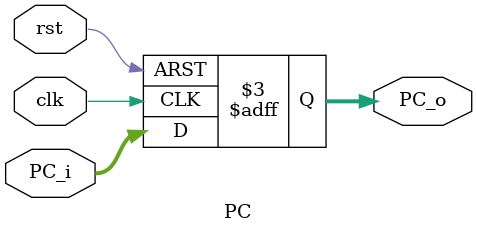
<source format=v>
module PC (
    input wire [31:0] PC_i,
    input wire        clk,
    input wire        rst,
    output reg [31:0] PC_o
);


always @(posedge clk or negedge rst) 
    begin
        if (!rst) 
            begin
               PC_o<=32'b0;   
            end
        else 
    
            begin
                PC_o<=PC_i;
            end  
        
                  
    end

endmodule
</source>
